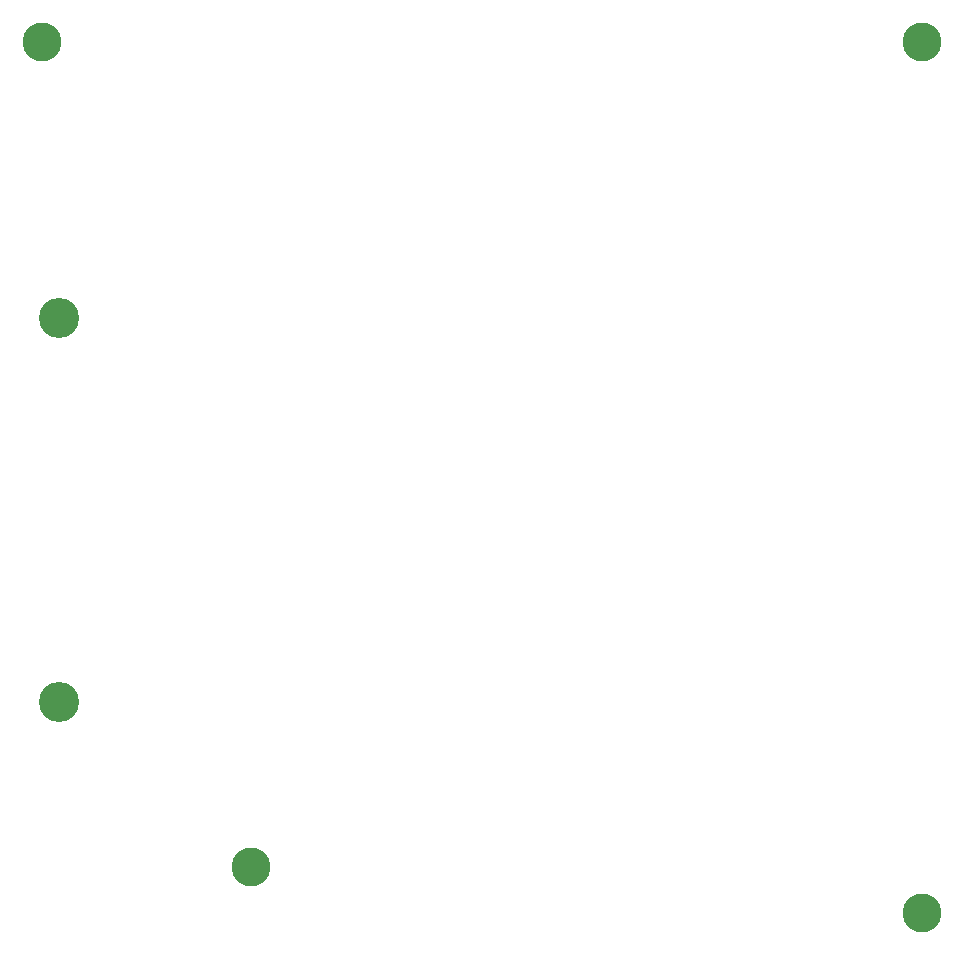
<source format=gbr>
%TF.GenerationSoftware,Altium Limited,Altium Designer,21.8.1 (53)*%
G04 Layer_Color=0*
%FSLAX45Y45*%
%MOMM*%
%TF.SameCoordinates,385564F4-8892-4696-B1AD-25C4AC7C7797*%
%TF.FilePolarity,Positive*%
%TF.FileFunction,NonPlated,1,4,NPTH,Drill*%
%TF.Part,Single*%
G01*
G75*
%TA.AperFunction,ComponentDrill*%
%ADD171C,3.40000*%
%TA.AperFunction,OtherDrill,Pad Free-5 (20.523mm,19.787mm)*%
%ADD172C,3.30000*%
%TA.AperFunction,OtherDrill,Pad Free-5 (77.343mm,15.875mm)*%
%ADD173C,3.30000*%
%TA.AperFunction,OtherDrill,Pad Free-5 (2.874mm,89.629mm)*%
%ADD174C,3.30000*%
%TA.AperFunction,OtherDrill,Pad Free-5 (77.343mm,89.563mm)*%
%ADD175C,3.30000*%
D171*
X425000Y3375000D02*
D03*
Y6625000D02*
D03*
D172*
X2052320Y1978660D02*
D03*
D173*
X7734296Y1587500D02*
D03*
D174*
X287434Y8962857D02*
D03*
D175*
X7734296Y8956307D02*
D03*
%TF.MD5,e6ed1945b3ad9052beb9a47ab3a18902*%
M02*

</source>
